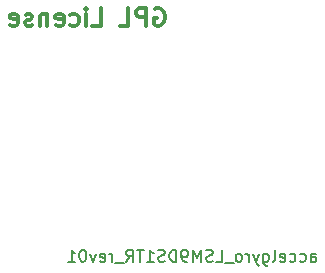
<source format=gbo>
G04 #@! TF.FileFunction,Legend,Bot*
%FSLAX46Y46*%
G04 Gerber Fmt 4.6, Leading zero omitted, Abs format (unit mm)*
G04 Created by KiCad (PCBNEW 4.0.6-e0-6349~53~ubuntu16.04.1) date Sat Jul 29 16:27:28 2017*
%MOMM*%
%LPD*%
G01*
G04 APERTURE LIST*
%ADD10C,0.150000*%
%ADD11C,0.300000*%
G04 APERTURE END LIST*
D10*
D11*
X148114286Y-95050000D02*
X148257143Y-94978571D01*
X148471429Y-94978571D01*
X148685714Y-95050000D01*
X148828572Y-95192857D01*
X148900000Y-95335714D01*
X148971429Y-95621429D01*
X148971429Y-95835714D01*
X148900000Y-96121429D01*
X148828572Y-96264286D01*
X148685714Y-96407143D01*
X148471429Y-96478571D01*
X148328572Y-96478571D01*
X148114286Y-96407143D01*
X148042857Y-96335714D01*
X148042857Y-95835714D01*
X148328572Y-95835714D01*
X147400000Y-96478571D02*
X147400000Y-94978571D01*
X146828572Y-94978571D01*
X146685714Y-95050000D01*
X146614286Y-95121429D01*
X146542857Y-95264286D01*
X146542857Y-95478571D01*
X146614286Y-95621429D01*
X146685714Y-95692857D01*
X146828572Y-95764286D01*
X147400000Y-95764286D01*
X145185714Y-96478571D02*
X145900000Y-96478571D01*
X145900000Y-94978571D01*
X142828571Y-96478571D02*
X143542857Y-96478571D01*
X143542857Y-94978571D01*
X142328571Y-96478571D02*
X142328571Y-95478571D01*
X142328571Y-94978571D02*
X142400000Y-95050000D01*
X142328571Y-95121429D01*
X142257143Y-95050000D01*
X142328571Y-94978571D01*
X142328571Y-95121429D01*
X140971428Y-96407143D02*
X141114285Y-96478571D01*
X141399999Y-96478571D01*
X141542857Y-96407143D01*
X141614285Y-96335714D01*
X141685714Y-96192857D01*
X141685714Y-95764286D01*
X141614285Y-95621429D01*
X141542857Y-95550000D01*
X141399999Y-95478571D01*
X141114285Y-95478571D01*
X140971428Y-95550000D01*
X139757143Y-96407143D02*
X139900000Y-96478571D01*
X140185714Y-96478571D01*
X140328571Y-96407143D01*
X140400000Y-96264286D01*
X140400000Y-95692857D01*
X140328571Y-95550000D01*
X140185714Y-95478571D01*
X139900000Y-95478571D01*
X139757143Y-95550000D01*
X139685714Y-95692857D01*
X139685714Y-95835714D01*
X140400000Y-95978571D01*
X139042857Y-95478571D02*
X139042857Y-96478571D01*
X139042857Y-95621429D02*
X138971429Y-95550000D01*
X138828571Y-95478571D01*
X138614286Y-95478571D01*
X138471429Y-95550000D01*
X138400000Y-95692857D01*
X138400000Y-96478571D01*
X137757143Y-96407143D02*
X137614286Y-96478571D01*
X137328571Y-96478571D01*
X137185714Y-96407143D01*
X137114286Y-96264286D01*
X137114286Y-96192857D01*
X137185714Y-96050000D01*
X137328571Y-95978571D01*
X137542857Y-95978571D01*
X137685714Y-95907143D01*
X137757143Y-95764286D01*
X137757143Y-95692857D01*
X137685714Y-95550000D01*
X137542857Y-95478571D01*
X137328571Y-95478571D01*
X137185714Y-95550000D01*
X135900000Y-96407143D02*
X136042857Y-96478571D01*
X136328571Y-96478571D01*
X136471428Y-96407143D01*
X136542857Y-96264286D01*
X136542857Y-95692857D01*
X136471428Y-95550000D01*
X136328571Y-95478571D01*
X136042857Y-95478571D01*
X135900000Y-95550000D01*
X135828571Y-95692857D01*
X135828571Y-95835714D01*
X136542857Y-95978571D01*
D10*
X161323811Y-116452381D02*
X161323811Y-115928571D01*
X161371430Y-115833333D01*
X161466668Y-115785714D01*
X161657145Y-115785714D01*
X161752383Y-115833333D01*
X161323811Y-116404762D02*
X161419049Y-116452381D01*
X161657145Y-116452381D01*
X161752383Y-116404762D01*
X161800002Y-116309524D01*
X161800002Y-116214286D01*
X161752383Y-116119048D01*
X161657145Y-116071429D01*
X161419049Y-116071429D01*
X161323811Y-116023810D01*
X160419049Y-116404762D02*
X160514287Y-116452381D01*
X160704764Y-116452381D01*
X160800002Y-116404762D01*
X160847621Y-116357143D01*
X160895240Y-116261905D01*
X160895240Y-115976190D01*
X160847621Y-115880952D01*
X160800002Y-115833333D01*
X160704764Y-115785714D01*
X160514287Y-115785714D01*
X160419049Y-115833333D01*
X159561906Y-116404762D02*
X159657144Y-116452381D01*
X159847621Y-116452381D01*
X159942859Y-116404762D01*
X159990478Y-116357143D01*
X160038097Y-116261905D01*
X160038097Y-115976190D01*
X159990478Y-115880952D01*
X159942859Y-115833333D01*
X159847621Y-115785714D01*
X159657144Y-115785714D01*
X159561906Y-115833333D01*
X158752382Y-116404762D02*
X158847620Y-116452381D01*
X159038097Y-116452381D01*
X159133335Y-116404762D01*
X159180954Y-116309524D01*
X159180954Y-115928571D01*
X159133335Y-115833333D01*
X159038097Y-115785714D01*
X158847620Y-115785714D01*
X158752382Y-115833333D01*
X158704763Y-115928571D01*
X158704763Y-116023810D01*
X159180954Y-116119048D01*
X158133335Y-116452381D02*
X158228573Y-116404762D01*
X158276192Y-116309524D01*
X158276192Y-115452381D01*
X157323810Y-115785714D02*
X157323810Y-116595238D01*
X157371429Y-116690476D01*
X157419048Y-116738095D01*
X157514287Y-116785714D01*
X157657144Y-116785714D01*
X157752382Y-116738095D01*
X157323810Y-116404762D02*
X157419048Y-116452381D01*
X157609525Y-116452381D01*
X157704763Y-116404762D01*
X157752382Y-116357143D01*
X157800001Y-116261905D01*
X157800001Y-115976190D01*
X157752382Y-115880952D01*
X157704763Y-115833333D01*
X157609525Y-115785714D01*
X157419048Y-115785714D01*
X157323810Y-115833333D01*
X156942858Y-115785714D02*
X156704763Y-116452381D01*
X156466667Y-115785714D02*
X156704763Y-116452381D01*
X156800001Y-116690476D01*
X156847620Y-116738095D01*
X156942858Y-116785714D01*
X156085715Y-116452381D02*
X156085715Y-115785714D01*
X156085715Y-115976190D02*
X156038096Y-115880952D01*
X155990477Y-115833333D01*
X155895239Y-115785714D01*
X155800000Y-115785714D01*
X155323810Y-116452381D02*
X155419048Y-116404762D01*
X155466667Y-116357143D01*
X155514286Y-116261905D01*
X155514286Y-115976190D01*
X155466667Y-115880952D01*
X155419048Y-115833333D01*
X155323810Y-115785714D01*
X155180952Y-115785714D01*
X155085714Y-115833333D01*
X155038095Y-115880952D01*
X154990476Y-115976190D01*
X154990476Y-116261905D01*
X155038095Y-116357143D01*
X155085714Y-116404762D01*
X155180952Y-116452381D01*
X155323810Y-116452381D01*
X154800000Y-116547619D02*
X154038095Y-116547619D01*
X153323809Y-116452381D02*
X153800000Y-116452381D01*
X153800000Y-115452381D01*
X153038095Y-116404762D02*
X152895238Y-116452381D01*
X152657142Y-116452381D01*
X152561904Y-116404762D01*
X152514285Y-116357143D01*
X152466666Y-116261905D01*
X152466666Y-116166667D01*
X152514285Y-116071429D01*
X152561904Y-116023810D01*
X152657142Y-115976190D01*
X152847619Y-115928571D01*
X152942857Y-115880952D01*
X152990476Y-115833333D01*
X153038095Y-115738095D01*
X153038095Y-115642857D01*
X152990476Y-115547619D01*
X152942857Y-115500000D01*
X152847619Y-115452381D01*
X152609523Y-115452381D01*
X152466666Y-115500000D01*
X152038095Y-116452381D02*
X152038095Y-115452381D01*
X151704761Y-116166667D01*
X151371428Y-115452381D01*
X151371428Y-116452381D01*
X150847619Y-116452381D02*
X150657143Y-116452381D01*
X150561904Y-116404762D01*
X150514285Y-116357143D01*
X150419047Y-116214286D01*
X150371428Y-116023810D01*
X150371428Y-115642857D01*
X150419047Y-115547619D01*
X150466666Y-115500000D01*
X150561904Y-115452381D01*
X150752381Y-115452381D01*
X150847619Y-115500000D01*
X150895238Y-115547619D01*
X150942857Y-115642857D01*
X150942857Y-115880952D01*
X150895238Y-115976190D01*
X150847619Y-116023810D01*
X150752381Y-116071429D01*
X150561904Y-116071429D01*
X150466666Y-116023810D01*
X150419047Y-115976190D01*
X150371428Y-115880952D01*
X149942857Y-116452381D02*
X149942857Y-115452381D01*
X149704762Y-115452381D01*
X149561904Y-115500000D01*
X149466666Y-115595238D01*
X149419047Y-115690476D01*
X149371428Y-115880952D01*
X149371428Y-116023810D01*
X149419047Y-116214286D01*
X149466666Y-116309524D01*
X149561904Y-116404762D01*
X149704762Y-116452381D01*
X149942857Y-116452381D01*
X148990476Y-116404762D02*
X148847619Y-116452381D01*
X148609523Y-116452381D01*
X148514285Y-116404762D01*
X148466666Y-116357143D01*
X148419047Y-116261905D01*
X148419047Y-116166667D01*
X148466666Y-116071429D01*
X148514285Y-116023810D01*
X148609523Y-115976190D01*
X148800000Y-115928571D01*
X148895238Y-115880952D01*
X148942857Y-115833333D01*
X148990476Y-115738095D01*
X148990476Y-115642857D01*
X148942857Y-115547619D01*
X148895238Y-115500000D01*
X148800000Y-115452381D01*
X148561904Y-115452381D01*
X148419047Y-115500000D01*
X147466666Y-116452381D02*
X148038095Y-116452381D01*
X147752381Y-116452381D02*
X147752381Y-115452381D01*
X147847619Y-115595238D01*
X147942857Y-115690476D01*
X148038095Y-115738095D01*
X147180952Y-115452381D02*
X146609523Y-115452381D01*
X146895238Y-116452381D02*
X146895238Y-115452381D01*
X145704761Y-116452381D02*
X146038095Y-115976190D01*
X146276190Y-116452381D02*
X146276190Y-115452381D01*
X145895237Y-115452381D01*
X145799999Y-115500000D01*
X145752380Y-115547619D01*
X145704761Y-115642857D01*
X145704761Y-115785714D01*
X145752380Y-115880952D01*
X145799999Y-115928571D01*
X145895237Y-115976190D01*
X146276190Y-115976190D01*
X145514285Y-116547619D02*
X144752380Y-116547619D01*
X144514285Y-116452381D02*
X144514285Y-115785714D01*
X144514285Y-115976190D02*
X144466666Y-115880952D01*
X144419047Y-115833333D01*
X144323809Y-115785714D01*
X144228570Y-115785714D01*
X143514284Y-116404762D02*
X143609522Y-116452381D01*
X143799999Y-116452381D01*
X143895237Y-116404762D01*
X143942856Y-116309524D01*
X143942856Y-115928571D01*
X143895237Y-115833333D01*
X143799999Y-115785714D01*
X143609522Y-115785714D01*
X143514284Y-115833333D01*
X143466665Y-115928571D01*
X143466665Y-116023810D01*
X143942856Y-116119048D01*
X143133332Y-115785714D02*
X142895237Y-116452381D01*
X142657141Y-115785714D01*
X142085713Y-115452381D02*
X141990474Y-115452381D01*
X141895236Y-115500000D01*
X141847617Y-115547619D01*
X141799998Y-115642857D01*
X141752379Y-115833333D01*
X141752379Y-116071429D01*
X141799998Y-116261905D01*
X141847617Y-116357143D01*
X141895236Y-116404762D01*
X141990474Y-116452381D01*
X142085713Y-116452381D01*
X142180951Y-116404762D01*
X142228570Y-116357143D01*
X142276189Y-116261905D01*
X142323808Y-116071429D01*
X142323808Y-115833333D01*
X142276189Y-115642857D01*
X142228570Y-115547619D01*
X142180951Y-115500000D01*
X142085713Y-115452381D01*
X140799998Y-116452381D02*
X141371427Y-116452381D01*
X141085713Y-116452381D02*
X141085713Y-115452381D01*
X141180951Y-115595238D01*
X141276189Y-115690476D01*
X141371427Y-115738095D01*
M02*

</source>
